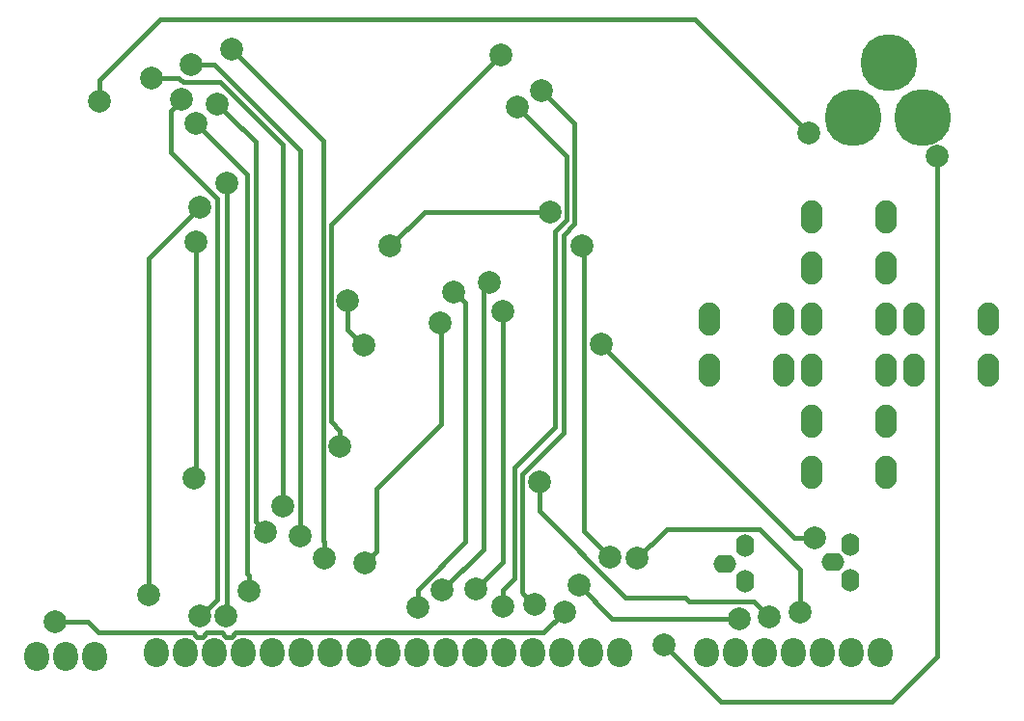
<source format=gbr>
G04 #@! TF.GenerationSoftware,KiCad,Pcbnew,(2017-07-10 revision 2a301d5)-master*
G04 #@! TF.CreationDate,2017-07-19T04:45:36+02:00*
G04 #@! TF.ProjectId,pcb_esp,7063625F6573702E6B696361645F7063,rev?*
G04 #@! TF.SameCoordinates,Original
G04 #@! TF.FileFunction,Copper,L1,Top,Signal*
G04 #@! TF.FilePolarity,Positive*
%FSLAX46Y46*%
G04 Gerber Fmt 4.6, Leading zero omitted, Abs format (unit mm)*
G04 Created by KiCad (PCBNEW (2017-07-10 revision 2a301d5)-master) date Wed Jul 19 04:45:36 2017*
%MOMM*%
%LPD*%
G01*
G04 APERTURE LIST*
%ADD10O,1.600000X2.000000*%
%ADD11O,2.000000X1.600000*%
%ADD12O,1.900000X2.900000*%
%ADD13O,2.159000X2.540000*%
%ADD14C,5.000000*%
%ADD15C,2.000000*%
%ADD16C,0.400000*%
G04 APERTURE END LIST*
D10*
X115170000Y-100470000D03*
X115170000Y-97330000D03*
D11*
X113400000Y-98900000D03*
D10*
X124400000Y-100340000D03*
X124400000Y-97200000D03*
D11*
X122830000Y-98770000D03*
D12*
X127500000Y-90880000D03*
X121000000Y-90880000D03*
X127500000Y-86380000D03*
X121000000Y-86380000D03*
X118500000Y-81900000D03*
X112000000Y-81900000D03*
X118500000Y-77400000D03*
X112000000Y-77400000D03*
X136500000Y-81880000D03*
X130000000Y-81880000D03*
X136500000Y-77380000D03*
X130000000Y-77380000D03*
X121000000Y-77380000D03*
X127500000Y-77380000D03*
X121000000Y-81880000D03*
X127500000Y-81880000D03*
X121000000Y-68400000D03*
X127500000Y-68400000D03*
X121000000Y-72900000D03*
X127500000Y-72900000D03*
D13*
X104140000Y-106680000D03*
X101600000Y-106680000D03*
X99060000Y-106680000D03*
X96520000Y-106680000D03*
X93980000Y-106680000D03*
X91440000Y-106680000D03*
X88900000Y-106680000D03*
X86360000Y-106680000D03*
X83820000Y-106680000D03*
X81280000Y-106680000D03*
X78740000Y-106680000D03*
X76200000Y-106680000D03*
X73660000Y-106680000D03*
X71120000Y-106680000D03*
X68580000Y-106680000D03*
X66040000Y-106680000D03*
X63500000Y-106680000D03*
X111760000Y-106680000D03*
X114300000Y-106680000D03*
X116840000Y-106680000D03*
X119380000Y-106680000D03*
X121920000Y-106680000D03*
X124460000Y-106680000D03*
X127000000Y-106680000D03*
D14*
X124663200Y-59690000D03*
X127762000Y-54891940D03*
X130761740Y-59690000D03*
D13*
X53000000Y-107000000D03*
X55540000Y-107000000D03*
X58080000Y-107000000D03*
D15*
X66800000Y-91400000D03*
X67000000Y-70600000D03*
X81700000Y-79700000D03*
X80300000Y-75800000D03*
X93700000Y-54200000D03*
X102495010Y-79608450D03*
X121200000Y-96600000D03*
X79600000Y-88600000D03*
X132000000Y-63100000D03*
X108000000Y-106000000D03*
X120000000Y-103100000D03*
X58500000Y-58300000D03*
X120700000Y-61100000D03*
X99300000Y-103100000D03*
X54600000Y-104000000D03*
X100800000Y-71000000D03*
X103300000Y-98300000D03*
X105700000Y-98400000D03*
X98000006Y-68000000D03*
X84000000Y-71000000D03*
X67000000Y-60200000D03*
X71600000Y-101300000D03*
X62792868Y-101592868D03*
X63100000Y-56200000D03*
X74590020Y-93867893D03*
X65735084Y-58076474D03*
X69632081Y-103474456D03*
X114605006Y-103695010D03*
X70100000Y-53699998D03*
X100586828Y-100779734D03*
X117300000Y-103600000D03*
X66579377Y-55091840D03*
X97068663Y-91740011D03*
X68855867Y-58504990D03*
X73095010Y-96115288D03*
X95204990Y-58800000D03*
X93900000Y-102600000D03*
X86400000Y-102700000D03*
X89600000Y-75000000D03*
X91500000Y-101100000D03*
X93900000Y-76700000D03*
X96700000Y-102500000D03*
X97300000Y-57300000D03*
X67329977Y-103500000D03*
X92700000Y-74200000D03*
X88600000Y-101200000D03*
X88400000Y-77700000D03*
X81800000Y-98800000D03*
X69700000Y-65500000D03*
X67310000Y-67564000D03*
X78200000Y-98400000D03*
X76085022Y-96416753D03*
D16*
X67000000Y-70600000D02*
X67000000Y-91200000D01*
X67000000Y-91200000D02*
X66800000Y-91400000D01*
X80300000Y-75800000D02*
X80300000Y-78300000D01*
X80300000Y-78300000D02*
X81700000Y-79700000D01*
X92700001Y-55199999D02*
X93700000Y-54200000D01*
X79600000Y-87185787D02*
X78804999Y-86390786D01*
X79600000Y-88600000D02*
X79600000Y-87185787D01*
X78804999Y-86390786D02*
X78804999Y-69095001D01*
X78804999Y-69095001D02*
X92700001Y-55199999D01*
X103495009Y-80608449D02*
X102495010Y-79608450D01*
X119486560Y-96600000D02*
X103495009Y-80608449D01*
X121200000Y-96600000D02*
X119486560Y-96600000D01*
X128000000Y-111000000D02*
X132000000Y-107000000D01*
X113000000Y-111000000D02*
X128000000Y-111000000D01*
X108000000Y-106000000D02*
X113000000Y-111000000D01*
X132000000Y-107000000D02*
X132000000Y-64514213D01*
X132000000Y-64514213D02*
X132000000Y-63100000D01*
X120000000Y-103100000D02*
X120000000Y-99400000D01*
X120000000Y-99400000D02*
X116434990Y-95834990D01*
X108100000Y-96000000D02*
X105700000Y-98400000D01*
X116434990Y-95834990D02*
X108265010Y-95834990D01*
X108265010Y-95834990D02*
X108100000Y-96000000D01*
X63800000Y-51100000D02*
X58500000Y-56400000D01*
X58500000Y-56400000D02*
X58500000Y-58300000D01*
X110700000Y-51100000D02*
X63800000Y-51100000D01*
X120700000Y-61100000D02*
X110700000Y-51100000D01*
X70467817Y-104914990D02*
X97485010Y-104914990D01*
X97485010Y-104914990D02*
X99300000Y-103100000D01*
X69617193Y-105300000D02*
X70082807Y-105300000D01*
X67077193Y-105300000D02*
X67542807Y-105300000D01*
X67542807Y-105300000D02*
X67927817Y-104914990D01*
X58412183Y-104914990D02*
X66692183Y-104914990D01*
X57497193Y-104000000D02*
X58412183Y-104914990D01*
X66692183Y-104914990D02*
X67077193Y-105300000D01*
X70082807Y-105300000D02*
X70467817Y-104914990D01*
X67927817Y-104914990D02*
X69232183Y-104914990D01*
X54600000Y-104000000D02*
X57497193Y-104000000D01*
X69232183Y-104914990D02*
X69617193Y-105300000D01*
X101000000Y-96000000D02*
X101000000Y-71200000D01*
X101000000Y-71200000D02*
X100800000Y-71000000D01*
X103300000Y-98300000D02*
X101000000Y-96000000D01*
X96585793Y-68000000D02*
X98000006Y-68000000D01*
X87000000Y-68000000D02*
X96585793Y-68000000D01*
X84000000Y-71000000D02*
X87000000Y-68000000D01*
X71487229Y-64687229D02*
X67999999Y-61199999D01*
X71487229Y-99773016D02*
X71487229Y-64687229D01*
X71600000Y-101300000D02*
X71600000Y-99885787D01*
X71600000Y-99885787D02*
X71487229Y-99773016D01*
X67999999Y-61199999D02*
X67000000Y-60200000D01*
X62792868Y-100178655D02*
X62792868Y-101592868D01*
X67310000Y-67564000D02*
X62792868Y-72081132D01*
X62792868Y-72081132D02*
X62792868Y-100178655D01*
X69101054Y-56586841D02*
X65861776Y-56586841D01*
X65474935Y-56200000D02*
X64514213Y-56200000D01*
X74590020Y-62075807D02*
X69101054Y-56586841D01*
X64514213Y-56200000D02*
X63100000Y-56200000D01*
X65861776Y-56586841D02*
X65474935Y-56200000D01*
X74590020Y-93867893D02*
X74590020Y-62075807D01*
X96204989Y-59799999D02*
X95204990Y-58800000D01*
X94878650Y-90470867D02*
X98495001Y-86854516D01*
X98495001Y-86854516D02*
X98495001Y-69717607D01*
X99495007Y-68717601D02*
X99495007Y-63090017D01*
X94878650Y-100207137D02*
X94878650Y-90470867D01*
X98495001Y-69717607D02*
X99495007Y-68717601D01*
X93900000Y-101185787D02*
X94878650Y-100207137D01*
X93900000Y-102600000D02*
X93900000Y-101185787D01*
X99495007Y-63090017D02*
X96204989Y-59799999D01*
X99190012Y-70005485D02*
X99190012Y-87406058D01*
X97300000Y-57300000D02*
X100190014Y-60190014D01*
X95700001Y-101500001D02*
X96700000Y-102500000D01*
X100190014Y-69005483D02*
X99190012Y-70005485D01*
X95573661Y-101373661D02*
X95700001Y-101500001D01*
X99190012Y-87406058D02*
X95573661Y-91022409D01*
X100190014Y-60190014D02*
X100190014Y-69005483D01*
X95573661Y-91022409D02*
X95573661Y-101373661D01*
X67329977Y-103500000D02*
X68809978Y-102019999D01*
X64735085Y-62747689D02*
X64735085Y-59076473D01*
X68809978Y-102019999D02*
X68809978Y-66822582D01*
X68809978Y-66822582D02*
X64735085Y-62747689D01*
X64735085Y-59076473D02*
X65735084Y-58076474D01*
X69700000Y-103406537D02*
X69632081Y-103474456D01*
X69700000Y-65500000D02*
X69700000Y-103406537D01*
X113190793Y-103695010D02*
X114605006Y-103695010D01*
X103502104Y-103695010D02*
X113190793Y-103695010D01*
X100586828Y-100779734D02*
X103502104Y-103695010D01*
X71099999Y-54699997D02*
X70100000Y-53699998D01*
X78104998Y-61704996D02*
X71099999Y-54699997D01*
X78200000Y-96985787D02*
X78104998Y-96890785D01*
X78200000Y-98400000D02*
X78200000Y-96985787D01*
X78104998Y-96890785D02*
X78104998Y-61704996D01*
X104687398Y-101900000D02*
X109900000Y-101900000D01*
X115900000Y-102200000D02*
X110200000Y-102200000D01*
X110200000Y-102200000D02*
X109900000Y-101900000D01*
X117300000Y-103600000D02*
X115900000Y-102200000D01*
X97068663Y-94281265D02*
X104687398Y-101900000D01*
X97068663Y-91740011D02*
X97068663Y-94281265D01*
X76085022Y-62570809D02*
X68606053Y-55091840D01*
X68606053Y-55091840D02*
X67993590Y-55091840D01*
X76085022Y-96416753D02*
X76085022Y-62570809D01*
X67993590Y-55091840D02*
X66579377Y-55091840D01*
X73095010Y-96115288D02*
X72182240Y-95202518D01*
X72182240Y-61831363D02*
X69855866Y-59504989D01*
X72182240Y-95202518D02*
X72182240Y-61831363D01*
X69855866Y-59504989D02*
X68855867Y-58504990D01*
X86400000Y-101285787D02*
X86400000Y-102700000D01*
X86400000Y-101187398D02*
X86400000Y-101285787D01*
X90599999Y-75999999D02*
X90599999Y-96987399D01*
X90599999Y-96987399D02*
X86400000Y-101187398D01*
X89600000Y-75000000D02*
X90599999Y-75999999D01*
X93900000Y-76700000D02*
X93900000Y-98700000D01*
X93900000Y-98700000D02*
X91500000Y-101100000D01*
X92200000Y-97600000D02*
X92200000Y-74700000D01*
X92200000Y-74700000D02*
X92700000Y-74200000D01*
X88600000Y-101200000D02*
X92200000Y-97600000D01*
X88500000Y-86600000D02*
X88500000Y-77800000D01*
X88500000Y-77800000D02*
X88400000Y-77700000D01*
X82799999Y-92300001D02*
X88500000Y-86600000D01*
X81800000Y-98800000D02*
X82799999Y-97800001D01*
X82799999Y-97800001D02*
X82799999Y-92300001D01*
M02*

</source>
